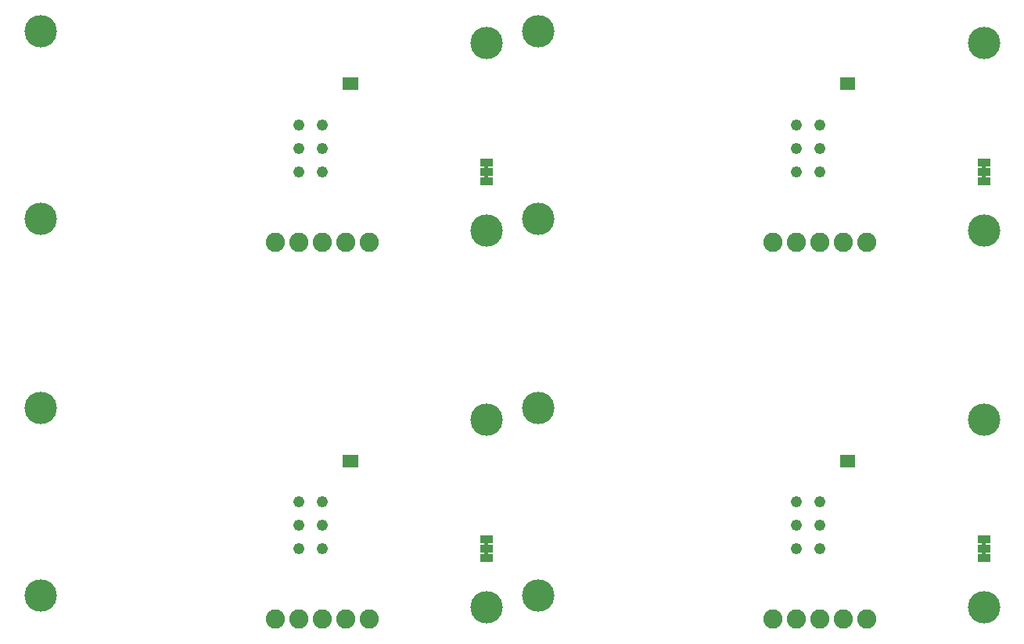
<source format=gbs>
G75*
%MOIN*%
%OFA0B0*%
%FSLAX25Y25*%
%IPPOS*%
%LPD*%
%AMOC8*
5,1,8,0,0,1.08239X$1,22.5*
%
%ADD10C,0.13800*%
%ADD11C,0.04808*%
%ADD12R,0.05800X0.03300*%
%ADD13C,0.00500*%
%ADD14C,0.08200*%
%ADD15R,0.03300X0.05800*%
D10*
X0088000Y0086000D03*
X0088000Y0166000D03*
X0088000Y0246701D03*
X0088000Y0326701D03*
X0278000Y0321701D03*
X0299921Y0326701D03*
X0299921Y0246701D03*
X0278000Y0241701D03*
X0299921Y0166000D03*
X0278000Y0161000D03*
X0299921Y0086000D03*
X0278000Y0081000D03*
X0489921Y0081000D03*
X0489921Y0161000D03*
X0489921Y0241701D03*
X0489921Y0321701D03*
D11*
X0419921Y0286701D03*
X0409921Y0286701D03*
X0409921Y0276701D03*
X0409921Y0266701D03*
X0419921Y0266701D03*
X0419921Y0276701D03*
X0419921Y0126000D03*
X0409921Y0126000D03*
X0409921Y0116000D03*
X0409921Y0106000D03*
X0419921Y0106000D03*
X0419921Y0116000D03*
X0208000Y0116000D03*
X0208000Y0106000D03*
X0198000Y0106000D03*
X0198000Y0116000D03*
X0198000Y0126000D03*
X0208000Y0126000D03*
X0208000Y0266701D03*
X0208000Y0276701D03*
X0208000Y0286701D03*
X0198000Y0286701D03*
X0198000Y0276701D03*
X0198000Y0266701D03*
D12*
X0278000Y0266701D03*
X0278000Y0270701D03*
X0278000Y0262701D03*
X0278000Y0110000D03*
X0278000Y0106000D03*
X0278000Y0102000D03*
X0489921Y0102000D03*
X0489921Y0106000D03*
X0489921Y0110000D03*
X0489921Y0262701D03*
X0489921Y0266701D03*
X0489921Y0270701D03*
D13*
X0490421Y0269451D02*
X0489421Y0269451D01*
X0489421Y0267951D01*
X0490421Y0267951D01*
X0490421Y0269451D01*
X0490421Y0269300D02*
X0489421Y0269300D01*
X0489421Y0268802D02*
X0490421Y0268802D01*
X0490421Y0268303D02*
X0489421Y0268303D01*
X0489421Y0265451D02*
X0490421Y0265451D01*
X0490421Y0263951D01*
X0489421Y0263951D01*
X0489421Y0265451D01*
X0489421Y0265312D02*
X0490421Y0265312D01*
X0490421Y0264814D02*
X0489421Y0264814D01*
X0489421Y0264315D02*
X0490421Y0264315D01*
X0490421Y0108750D02*
X0489421Y0108750D01*
X0489421Y0107250D01*
X0490421Y0107250D01*
X0490421Y0108750D01*
X0490421Y0108281D02*
X0489421Y0108281D01*
X0489421Y0107783D02*
X0490421Y0107783D01*
X0490421Y0107284D02*
X0489421Y0107284D01*
X0489421Y0104750D02*
X0490421Y0104750D01*
X0490421Y0103250D01*
X0489421Y0103250D01*
X0489421Y0104750D01*
X0489421Y0104293D02*
X0490421Y0104293D01*
X0490421Y0103795D02*
X0489421Y0103795D01*
X0489421Y0103296D02*
X0490421Y0103296D01*
X0278500Y0103296D02*
X0277500Y0103296D01*
X0277500Y0103250D02*
X0278500Y0103250D01*
X0278500Y0104750D01*
X0277500Y0104750D01*
X0277500Y0103250D01*
X0277500Y0103795D02*
X0278500Y0103795D01*
X0278500Y0104293D02*
X0277500Y0104293D01*
X0277500Y0107250D02*
X0278500Y0107250D01*
X0278500Y0108750D01*
X0277500Y0108750D01*
X0277500Y0107250D01*
X0277500Y0107284D02*
X0278500Y0107284D01*
X0278500Y0107783D02*
X0277500Y0107783D01*
X0277500Y0108281D02*
X0278500Y0108281D01*
X0278500Y0263951D02*
X0278500Y0265451D01*
X0277500Y0265451D01*
X0277500Y0263951D01*
X0278500Y0263951D01*
X0278500Y0264315D02*
X0277500Y0264315D01*
X0277500Y0264814D02*
X0278500Y0264814D01*
X0278500Y0265312D02*
X0277500Y0265312D01*
X0277500Y0267951D02*
X0278500Y0267951D01*
X0278500Y0269451D01*
X0277500Y0269451D01*
X0277500Y0267951D01*
X0277500Y0268303D02*
X0278500Y0268303D01*
X0278500Y0268802D02*
X0277500Y0268802D01*
X0277500Y0269300D02*
X0278500Y0269300D01*
D14*
X0228000Y0236701D03*
X0218000Y0236701D03*
X0208000Y0236701D03*
X0198000Y0236701D03*
X0188000Y0236701D03*
X0188000Y0076000D03*
X0198000Y0076000D03*
X0208000Y0076000D03*
X0218000Y0076000D03*
X0228000Y0076000D03*
X0399921Y0076000D03*
X0409921Y0076000D03*
X0419921Y0076000D03*
X0429921Y0076000D03*
X0439921Y0076000D03*
X0439921Y0236701D03*
X0429921Y0236701D03*
X0419921Y0236701D03*
X0409921Y0236701D03*
X0399921Y0236701D03*
D15*
X0430321Y0304201D03*
X0433521Y0304201D03*
X0433521Y0143500D03*
X0430321Y0143500D03*
X0221600Y0143500D03*
X0218400Y0143500D03*
X0218400Y0304201D03*
X0221600Y0304201D03*
M02*

</source>
